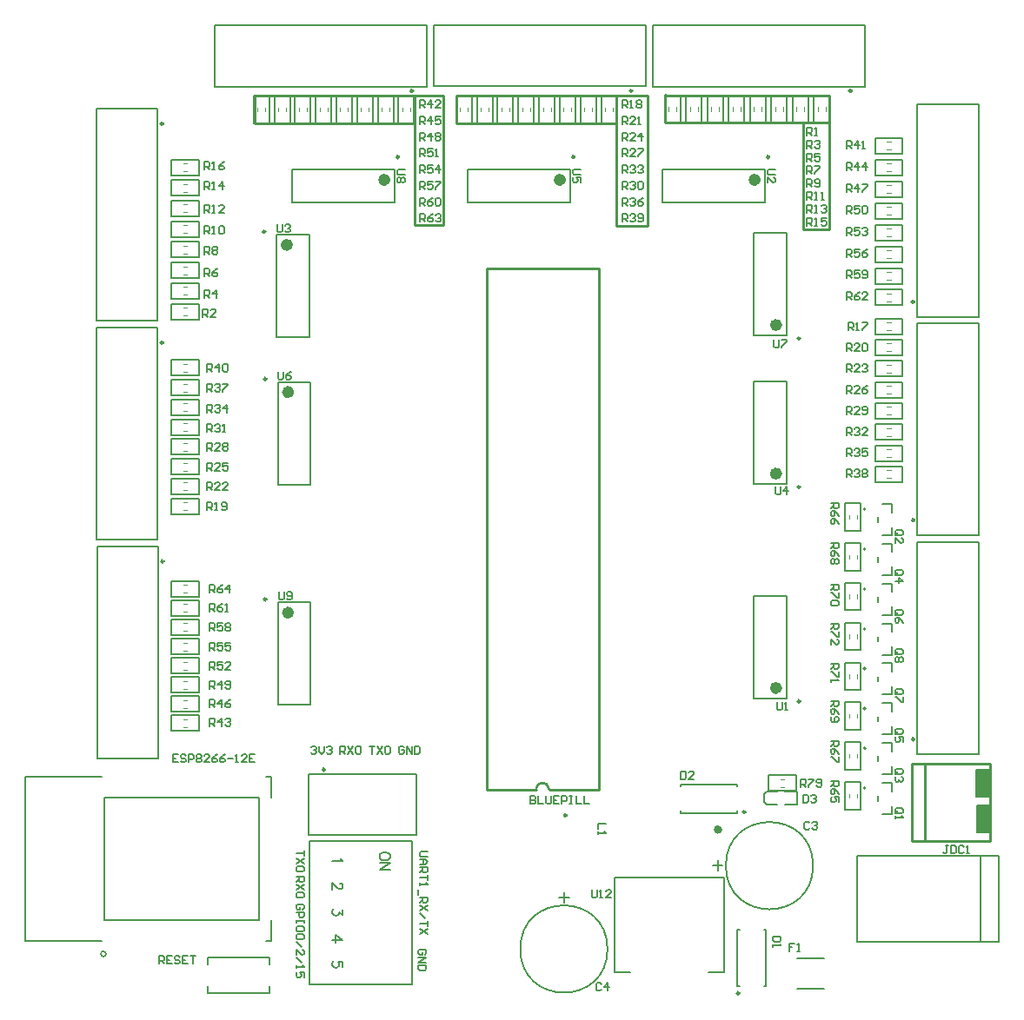
<source format=gto>
G04*
G04 #@! TF.GenerationSoftware,Altium Limited,Altium Designer,22.7.1 (60)*
G04*
G04 Layer_Color=65535*
%FSLAX24Y24*%
%MOIN*%
G70*
G04*
G04 #@! TF.SameCoordinates,1DD6C3B8-EF33-4A04-8B88-EBD51A11C9DD*
G04*
G04*
G04 #@! TF.FilePolarity,Positive*
G04*
G01*
G75*
%ADD10C,0.0098*%
%ADD11C,0.0236*%
%ADD12C,0.0050*%
%ADD13C,0.0157*%
%ADD14C,0.0079*%
%ADD15C,0.0100*%
%ADD16C,0.0070*%
%ADD17C,0.0039*%
%ADD18C,0.0060*%
G36*
X57828Y20276D02*
X57858Y20289D01*
X58358D01*
X58388Y20276D01*
X58401Y20246D01*
Y19246D01*
X58388Y19216D01*
X58358Y19204D01*
X57858D01*
X57828Y19216D01*
X57816Y19246D01*
Y20246D01*
X57828Y20276D01*
D02*
G37*
G36*
X57810Y21644D02*
X57848Y21660D01*
X58348D01*
X58386Y21644D01*
X58402Y21606D01*
Y20606D01*
X58386Y20568D01*
X58348Y20552D01*
X57848D01*
X57810Y20568D01*
X57794Y20606D01*
Y21606D01*
X57810Y21644D01*
D02*
G37*
D10*
X51079Y24259D02*
G03*
X51079Y24259I-49J0D01*
G01*
X32859Y21637D02*
G03*
X32859Y21637I-49J0D01*
G01*
X30617Y28170D02*
G03*
X30617Y28170I-49J0D01*
G01*
X51079Y32485D02*
G03*
X51079Y32485I-49J0D01*
G01*
X26656Y38018D02*
G03*
X26656Y38018I-49J0D01*
G01*
X26676Y29628D02*
G03*
X26676Y29628I-49J0D01*
G01*
X26653Y46416D02*
G03*
X26653Y46416I-49J0D01*
G01*
X30570Y42280D02*
G03*
X30570Y42280I-49J0D01*
G01*
X30617Y36628D02*
G03*
X30617Y36628I-49J0D01*
G01*
X48748Y13061D02*
G03*
X48748Y13061I-49J0D01*
G01*
X36233Y47680D02*
G03*
X36233Y47680I-49J0D01*
G01*
X44646Y47681D02*
G03*
X44646Y47681I-49J0D01*
G01*
X53058Y47680D02*
G03*
X53058Y47680I-49J0D01*
G01*
X48983Y20008D02*
G03*
X48983Y20008I-49J0D01*
G01*
X55461Y22803D02*
G03*
X55461Y22803I-49J0D01*
G01*
X42126Y19890D02*
G03*
X42126Y19890I-49J0D01*
G01*
X55461Y31213D02*
G03*
X55461Y31213I-49J0D01*
G01*
X55455Y39581D02*
G03*
X55455Y39581I-49J0D01*
G01*
X51081Y38185D02*
G03*
X51081Y38185I-49J0D01*
G01*
X49894Y45142D02*
G03*
X49894Y45142I-49J0D01*
G01*
X42424D02*
G03*
X42424Y45142I-49J0D01*
G01*
X35694D02*
G03*
X35694Y45142I-49J0D01*
G01*
D11*
X50272Y24769D02*
G03*
X50272Y24769I-118J0D01*
G01*
X31562Y27661D02*
G03*
X31562Y27661I-118J0D01*
G01*
X50272Y32995D02*
G03*
X50272Y32995I-118J0D01*
G01*
X31515Y41770D02*
G03*
X31515Y41770I-118J0D01*
G01*
X31562Y36119D02*
G03*
X31562Y36119I-118J0D01*
G01*
X50274Y38695D02*
G03*
X50274Y38695I-118J0D01*
G01*
X49453Y44266D02*
G03*
X49453Y44266I-118J0D01*
G01*
X41983D02*
G03*
X41983Y44266I-118J0D01*
G01*
X35253D02*
G03*
X35253Y44266I-118J0D01*
G01*
D12*
X24458Y14568D02*
G03*
X24458Y14568I-98J0D01*
G01*
X24413Y15848D02*
Y20572D01*
X30318D01*
Y15848D02*
Y20572D01*
X24413Y15848D02*
X30318D01*
X21358Y15060D02*
X24310D01*
X21358D02*
Y21360D01*
X24310D01*
X30610Y15060D02*
X30806D01*
Y15848D01*
X30610Y21360D02*
X30806D01*
Y20572D02*
Y21360D01*
X47556Y13864D02*
X48159D01*
Y17502D01*
X43962D02*
X48159D01*
X43962Y13864D02*
Y17502D01*
Y13864D02*
X44564D01*
X54611Y30631D02*
Y30945D01*
X54245Y30631D02*
X54611D01*
X54060Y31138D02*
Y31320D01*
X54611Y31512D02*
Y31827D01*
X54245D02*
X54611D01*
Y29101D02*
Y29415D01*
X54245Y29101D02*
X54611D01*
X54060Y29608D02*
Y29790D01*
X54611Y29982D02*
Y30297D01*
X54245D02*
X54611D01*
Y27571D02*
Y27885D01*
X54245Y27571D02*
X54611D01*
X54060Y28078D02*
Y28260D01*
X54611Y28452D02*
Y28767D01*
X54245D02*
X54611D01*
Y26041D02*
Y26355D01*
X54245Y26041D02*
X54611D01*
X54060Y26548D02*
Y26730D01*
X54611Y26922D02*
Y27237D01*
X54245D02*
X54611D01*
Y24521D02*
Y24836D01*
X54245Y24521D02*
X54611D01*
X54060Y25029D02*
Y25210D01*
X54611Y25403D02*
Y25718D01*
X54245D02*
X54611D01*
Y22991D02*
Y23306D01*
X54245Y22991D02*
X54611D01*
X54060Y23499D02*
Y23680D01*
X54611Y23873D02*
Y24188D01*
X54245D02*
X54611D01*
Y21461D02*
Y21776D01*
X54245Y21461D02*
X54611D01*
X54060Y21969D02*
Y22150D01*
X54611Y22343D02*
Y22658D01*
X54245D02*
X54611D01*
Y19931D02*
Y20246D01*
X54245Y19931D02*
X54611D01*
X54060Y20439D02*
Y20620D01*
X54611Y20813D02*
Y21128D01*
X54245D02*
X54611D01*
X52801Y21636D02*
X53401D01*
Y22686D01*
X52801D02*
X53401D01*
X52801Y21636D02*
Y22686D01*
Y23165D02*
X53401D01*
Y24215D01*
X52801D02*
X53401D01*
X52801Y23165D02*
Y24215D01*
Y24693D02*
X53401D01*
Y25743D01*
X52801D02*
X53401D01*
X52801Y24693D02*
Y25743D01*
Y26222D02*
Y27272D01*
X53401D01*
Y26222D02*
Y27272D01*
X52801Y26222D02*
X53401D01*
X52801Y27750D02*
Y28800D01*
X53401D01*
Y27750D02*
Y28800D01*
X52801Y27750D02*
X53401D01*
X52801Y29279D02*
Y30329D01*
X53401D01*
Y29279D02*
Y30329D01*
X52801Y29279D02*
X53401D01*
X52801Y30807D02*
Y31857D01*
X53401D01*
Y30807D02*
Y31857D01*
X52801Y30807D02*
X53401D01*
X50958Y20290D02*
Y20790D01*
X49708Y20690D02*
X49808Y20790D01*
X49708Y20390D02*
X49808Y20290D01*
X49708Y20390D02*
Y20690D01*
X49808Y20290D02*
X50208D01*
X50508D02*
X50958D01*
X49808Y20790D02*
X50208D01*
X50508D02*
X50958D01*
X49877Y21424D02*
X50927D01*
Y20824D02*
Y21424D01*
X49877Y20824D02*
X50927D01*
X49877D02*
Y21424D01*
X26976Y44440D02*
Y45040D01*
Y44440D02*
X28026D01*
Y45040D01*
X26976D02*
X28026D01*
X26976Y42870D02*
Y43470D01*
Y42870D02*
X28026D01*
Y43470D01*
X26976D02*
X28026D01*
X26976Y43663D02*
Y44263D01*
Y43663D02*
X28026D01*
Y44263D01*
X26976D02*
X28026D01*
X26976Y42077D02*
Y42677D01*
Y42077D02*
X28026D01*
Y42677D01*
X26976D02*
X28026D01*
X26976Y40491D02*
Y41091D01*
Y40491D02*
X28026D01*
Y41091D01*
X26976D02*
X28026D01*
X26976Y39699D02*
Y40299D01*
Y39699D02*
X28026D01*
Y40299D01*
X26976D02*
X28026D01*
X26976Y41284D02*
Y41884D01*
Y41284D02*
X28026D01*
Y41884D01*
X26976D02*
X28026D01*
X26976Y38906D02*
Y39506D01*
Y38906D02*
X28026D01*
Y39506D01*
X26976D02*
X28026D01*
X55013Y38345D02*
Y38945D01*
X53963D02*
X55013D01*
X53963Y38345D02*
Y38945D01*
Y38345D02*
X55013D01*
X34884Y47491D02*
X35484D01*
X34884Y46441D02*
Y47491D01*
Y46441D02*
X35484D01*
Y47491D01*
X35677D02*
X36277D01*
X35677Y46441D02*
Y47491D01*
Y46441D02*
X36277D01*
Y47491D01*
X33297D02*
X33897D01*
X33297Y46441D02*
Y47491D01*
Y46441D02*
X33897D01*
Y47491D01*
X34090D02*
X34690D01*
X34090Y46441D02*
Y47491D01*
Y46441D02*
X34690D01*
Y47491D01*
X30122D02*
X30722D01*
X30122Y46441D02*
Y47491D01*
Y46441D02*
X30722D01*
Y47491D01*
X31709D02*
X32309D01*
X31709Y46441D02*
Y47491D01*
Y46441D02*
X32309D01*
Y47491D01*
X30916D02*
X31516D01*
X30916Y46441D02*
Y47491D01*
Y46441D02*
X31516D01*
Y47491D01*
X32503D02*
X33103D01*
X32503Y46441D02*
Y47491D01*
Y46441D02*
X33103D01*
Y47491D01*
X40271D02*
X40871D01*
X40271Y46441D02*
Y47491D01*
Y46441D02*
X40871D01*
Y47491D01*
X26976Y26064D02*
Y26664D01*
Y26064D02*
X28026D01*
Y26664D01*
X26976D02*
X28026D01*
X26976Y25328D02*
Y25928D01*
Y25328D02*
X28026D01*
Y25928D01*
X26976D02*
X28026D01*
X26976Y26800D02*
Y27400D01*
Y26800D02*
X28026D01*
Y27400D01*
X26976D02*
X28026D01*
X26976Y24592D02*
Y25192D01*
Y24592D02*
X28026D01*
Y25192D01*
X26976D02*
X28026D01*
X26976Y28272D02*
Y28872D01*
Y28272D02*
X28026D01*
Y28872D01*
X26976D02*
X28026D01*
X26976Y23120D02*
Y23720D01*
Y23120D02*
X28026D01*
Y23720D01*
X26976D02*
X28026D01*
X26976Y23856D02*
Y24456D01*
Y23856D02*
X28026D01*
Y24456D01*
X26976D02*
X28026D01*
X26976Y35994D02*
Y36594D01*
Y35994D02*
X28026D01*
Y36594D01*
X26976D02*
X28026D01*
X26976Y35235D02*
Y35835D01*
Y35235D02*
X28026D01*
Y35835D01*
X26976D02*
X28026D01*
X26976Y36752D02*
Y37352D01*
Y36752D02*
X28026D01*
Y37352D01*
X26976D02*
X28026D01*
X26976Y32201D02*
Y32801D01*
Y32201D02*
X28026D01*
Y32801D01*
X26976D02*
X28026D01*
X26976Y32959D02*
Y33559D01*
Y32959D02*
X28026D01*
Y33559D01*
X26976D02*
X28026D01*
X26976Y33718D02*
Y34318D01*
Y33718D02*
X28026D01*
Y34318D01*
X26976D02*
X28026D01*
X26976Y31442D02*
Y32042D01*
Y31442D02*
X28026D01*
Y32042D01*
X26976D02*
X28026D01*
X26976Y27536D02*
Y28136D01*
Y27536D02*
X28026D01*
Y28136D01*
X26976D02*
X28026D01*
X26976Y34477D02*
Y35077D01*
Y34477D02*
X28026D01*
Y35077D01*
X26976D02*
X28026D01*
X41861Y47491D02*
X42461D01*
X41861Y46441D02*
Y47491D01*
Y46441D02*
X42461D01*
Y47491D01*
X43451D02*
X44051D01*
X43451Y46441D02*
Y47491D01*
Y46441D02*
X44051D01*
Y47491D01*
X38681D02*
X39281D01*
X38681Y46441D02*
Y47491D01*
Y46441D02*
X39281D01*
Y47491D01*
X52801Y20108D02*
X53401D01*
Y21158D01*
X52801D02*
X53401D01*
X52801Y20108D02*
Y21158D01*
X53963Y32671D02*
X55013D01*
X53963D02*
Y33271D01*
X55013D01*
Y32671D02*
Y33271D01*
X53963Y33481D02*
X55013D01*
X53963D02*
Y34081D01*
X55013D01*
Y33481D02*
Y34081D01*
X53963Y35913D02*
X55013D01*
X53963D02*
Y36513D01*
X55013D01*
Y35913D02*
Y36513D01*
X53963Y36723D02*
X55013D01*
X53963D02*
Y37324D01*
X55013D01*
Y36723D02*
Y37324D01*
X53963Y35102D02*
X55013D01*
X53963D02*
Y35702D01*
X55013D01*
Y35102D02*
Y35702D01*
X53963Y34292D02*
X55013D01*
X53963D02*
Y34892D01*
X55013D01*
Y34292D02*
Y34892D01*
X53963Y37534D02*
X55013D01*
X53963D02*
Y38134D01*
X55013D01*
Y37534D02*
Y38134D01*
X53963Y43607D02*
X55013D01*
X53963D02*
Y44207D01*
X55013D01*
Y43607D02*
Y44207D01*
X53963Y42776D02*
X55013D01*
X53963D02*
Y43376D01*
X55013D01*
Y42776D02*
Y43376D01*
X53963Y39449D02*
X55013D01*
X53963D02*
Y40049D01*
X55013D01*
Y39449D02*
Y40049D01*
X53963Y41112D02*
X55013D01*
X53963D02*
Y41712D01*
X55013D01*
Y41112D02*
Y41712D01*
X53963Y40281D02*
X55013D01*
X53963D02*
Y40881D01*
X55013D01*
Y40281D02*
Y40881D01*
X53963Y41944D02*
X55013D01*
X53963D02*
Y42544D01*
X55013D01*
Y41944D02*
Y42544D01*
Y45270D02*
Y45870D01*
X53963D02*
X55013D01*
X53963Y45270D02*
Y45870D01*
Y45270D02*
X55013D01*
X53963Y44439D02*
X55013D01*
X53963D02*
Y45039D01*
X55013D01*
Y44439D02*
Y45039D01*
X47309Y46461D02*
Y47511D01*
X46709Y46461D02*
X47309D01*
X46709D02*
Y47511D01*
X47309D01*
X46493Y46461D02*
Y47511D01*
X45893Y46461D02*
X46493D01*
X45893D02*
Y47511D01*
X46493D01*
X52204Y46461D02*
Y47511D01*
X51604Y46461D02*
X52204D01*
X51604D02*
Y47511D01*
X52204D01*
X50572Y46461D02*
Y47511D01*
X49972Y46461D02*
X50572D01*
X49972D02*
Y47511D01*
X50572D01*
X49756Y46461D02*
Y47511D01*
X49156Y46461D02*
X49756D01*
X49156D02*
Y47511D01*
X49756D01*
X48125Y46461D02*
Y47511D01*
X47525Y46461D02*
X48125D01*
X47525D02*
Y47511D01*
X48125D01*
X48941Y46461D02*
Y47511D01*
X48341Y46461D02*
X48941D01*
X48341D02*
Y47511D01*
X48941D01*
X51388Y46461D02*
Y47511D01*
X50788Y46461D02*
X51388D01*
X50788D02*
Y47511D01*
X51388D01*
X38486Y46441D02*
Y47491D01*
X37886Y46441D02*
X38486D01*
X37886D02*
Y47491D01*
X38486D01*
X40076Y46441D02*
Y47491D01*
X39476Y46441D02*
X40076D01*
X39476D02*
Y47491D01*
X40076D01*
X41666Y46441D02*
Y47491D01*
X41066Y46441D02*
X41666D01*
X41066D02*
Y47491D01*
X41666D01*
X43256Y46441D02*
Y47491D01*
X42656Y46441D02*
X43256D01*
X42656D02*
Y47491D01*
X43256D01*
X48112Y17952D02*
X47718D01*
X47915Y17755D02*
Y18149D01*
X42020Y16546D02*
Y16940D01*
X41824Y16743D02*
X42217D01*
D13*
X48009Y19337D02*
G03*
X48009Y19337I-79J0D01*
G01*
D14*
X53588Y31623D02*
G03*
X53588Y31623I-39J0D01*
G01*
Y30093D02*
G03*
X53588Y30093I-39J0D01*
G01*
Y28563D02*
G03*
X53588Y28563I-39J0D01*
G01*
Y27033D02*
G03*
X53588Y27033I-39J0D01*
G01*
Y25513D02*
G03*
X53588Y25513I-39J0D01*
G01*
Y23983D02*
G03*
X53588Y23983I-39J0D01*
G01*
Y22453D02*
G03*
X53588Y22453I-39J0D01*
G01*
Y20923D02*
G03*
X53588Y20923I-39J0D01*
G01*
X51576Y17952D02*
G03*
X51576Y17952I-1673J0D01*
G01*
X43693Y14755D02*
G03*
X43693Y14755I-1673J0D01*
G01*
X50548Y24376D02*
Y28313D01*
X49288Y24376D02*
Y28313D01*
Y24376D02*
X50548D01*
X49288Y28313D02*
X50548D01*
X36377Y19127D02*
Y21469D01*
X32243Y19127D02*
X36377D01*
X32243D02*
Y21469D01*
X36377D01*
X28372Y13051D02*
Y13327D01*
X30734Y13051D02*
Y13327D01*
Y14153D02*
Y14429D01*
X28372Y14153D02*
Y14429D01*
Y13051D02*
X30734D01*
X28372Y14429D02*
X30734D01*
X31050Y24117D02*
Y28054D01*
X32310Y24117D02*
Y28054D01*
X31050D02*
X32310D01*
X31050Y24117D02*
X32310D01*
X49288Y36539D02*
X50548D01*
X49288Y32601D02*
X50548D01*
X49288D02*
Y36539D01*
X50548Y32601D02*
Y36539D01*
X24097Y30451D02*
X26439D01*
X24097D02*
Y38585D01*
X26439D01*
Y30451D02*
Y38585D01*
X24117Y22061D02*
X26459D01*
X24117D02*
Y30195D01*
X26459D01*
Y22061D02*
Y30195D01*
X26437Y38849D02*
Y46983D01*
X24094D02*
X26437D01*
X24094Y38849D02*
Y46983D01*
Y38849D02*
X26437D01*
X31003Y38227D02*
Y42164D01*
X32263Y38227D02*
Y42164D01*
X31003D02*
X32263D01*
X31003Y38227D02*
X32263D01*
X31050Y32575D02*
Y36512D01*
X32310Y32575D02*
Y36512D01*
X31050D02*
X32310D01*
X31050Y32575D02*
X32310D01*
X49683Y15483D02*
X49771D01*
X49683Y13317D02*
X49771D01*
X48669Y15483D02*
X48757D01*
X48669Y13317D02*
X48757D01*
X49771D02*
Y15483D01*
X48669Y13317D02*
Y15483D01*
X50949Y14412D02*
X52012D01*
X50949Y13227D02*
X52012D01*
X28617Y47847D02*
X36751D01*
Y50189D01*
X28617D02*
X36751D01*
X28617Y47847D02*
Y50189D01*
X37030Y47849D02*
X45163D01*
Y50191D01*
X37030D02*
X45163D01*
X37030Y47849D02*
Y50191D01*
X45442Y47847D02*
X53576D01*
Y50189D01*
X45442D02*
X53576D01*
X45442Y47847D02*
Y50189D01*
X46513Y19978D02*
X48678D01*
X46513Y21081D02*
X48678D01*
Y19978D02*
Y20067D01*
X46513Y19978D02*
Y20067D01*
X48678Y20992D02*
Y21081D01*
X46513Y20992D02*
Y21081D01*
X36209Y13414D02*
Y18886D01*
X32271D02*
X36209D01*
X32271Y13414D02*
Y18886D01*
Y13414D02*
X36209D01*
X55579Y22236D02*
Y30370D01*
Y22236D02*
X57921D01*
Y30370D01*
X55579D02*
X57921D01*
X55579Y30646D02*
Y38780D01*
Y30646D02*
X57921D01*
Y38780D01*
X55579D02*
X57921D01*
X55573Y39014D02*
Y47148D01*
Y39014D02*
X57916D01*
Y47148D01*
X55573D02*
X57916D01*
X49290Y42238D02*
X50550D01*
X49290Y38301D02*
X50550D01*
X49290D02*
Y42238D01*
X50550Y38301D02*
Y42238D01*
X45792Y43400D02*
Y44660D01*
X49728Y43400D02*
Y44660D01*
X45792Y43400D02*
X49728D01*
X45792Y44660D02*
X49728D01*
X38321Y43400D02*
Y44660D01*
X42259Y43400D02*
Y44660D01*
X38321Y43400D02*
X42259D01*
X38321Y44660D02*
X42259D01*
X31591D02*
X35529D01*
X31591Y43400D02*
X35529D01*
Y44660D01*
X31591Y43400D02*
Y44660D01*
D15*
X41450Y20880D02*
G03*
X40950Y20880I-250J0D01*
G01*
X55868Y18896D02*
Y21846D01*
X55368Y18896D02*
X58368D01*
X55368D02*
Y21863D01*
X58368D01*
Y18896D02*
Y21863D01*
X51205Y42372D02*
Y46461D01*
Y42372D02*
X52199D01*
Y46461D01*
X45906Y47524D02*
X45919Y47511D01*
X52199D01*
Y46461D02*
Y47511D01*
X45898Y46461D02*
X52199D01*
X45898D02*
Y47511D01*
X44046Y46441D02*
Y47491D01*
X37890D02*
X44046D01*
X45242D01*
Y42499D02*
Y47491D01*
X44046Y42499D02*
X45242D01*
X44046D02*
Y46441D01*
X37890D02*
X44046D01*
X37890D02*
Y47491D01*
X30157Y46441D02*
Y47491D01*
X36303D01*
X36307Y42517D02*
Y46441D01*
Y42517D02*
X37408D01*
Y47491D01*
X36273D02*
X37408D01*
X30157Y46441D02*
X36307D01*
X36303Y46471D02*
Y47491D01*
X41450Y20880D02*
X43350D01*
X39050D02*
X40950D01*
X39050D02*
Y40880D01*
X43350D01*
Y20880D02*
Y40880D01*
D16*
X57848Y20606D02*
Y21606D01*
X58348D01*
Y20606D02*
Y21606D01*
X57848Y20606D02*
X58348D01*
X58358Y19246D02*
Y20246D01*
X57858D02*
X58358D01*
X57858Y19246D02*
Y20246D01*
Y19246D02*
X58358D01*
X58007Y15016D02*
Y18316D01*
X53257D02*
X58707D01*
X53257Y15016D02*
X58707D01*
X53257D02*
Y18316D01*
X58707Y15016D02*
Y18316D01*
D17*
X52951Y22086D02*
Y22236D01*
X53251Y22086D02*
Y22236D01*
X52951Y23615D02*
Y23765D01*
X53251Y23615D02*
Y23765D01*
X52951Y25143D02*
Y25293D01*
X53251Y25143D02*
Y25293D01*
Y26672D02*
Y26822D01*
X52951Y26672D02*
Y26822D01*
X53251Y28200D02*
Y28350D01*
X52951Y28200D02*
Y28350D01*
X53251Y29729D02*
Y29879D01*
X52951Y29729D02*
Y29879D01*
X53251Y31257D02*
Y31407D01*
X52951Y31257D02*
Y31407D01*
X50327Y20974D02*
X50477D01*
X50327Y21274D02*
X50477D01*
X27426Y44890D02*
X27576D01*
X27426Y44590D02*
X27576D01*
X27426Y43320D02*
X27576D01*
X27426Y43020D02*
X27576D01*
X27426Y44113D02*
X27576D01*
X27426Y43813D02*
X27576D01*
X27426Y42527D02*
X27576D01*
X27426Y42227D02*
X27576D01*
X27426Y40941D02*
X27576D01*
X27426Y40641D02*
X27576D01*
X27426Y40149D02*
X27576D01*
X27426Y39849D02*
X27576D01*
X27426Y41734D02*
X27576D01*
X27426Y41434D02*
X27576D01*
X27426Y39356D02*
X27576D01*
X27426Y39056D02*
X27576D01*
X54413Y38495D02*
X54563D01*
X54413Y38795D02*
X54563D01*
X35334Y46891D02*
Y47041D01*
X35034Y46891D02*
Y47041D01*
X36127Y46891D02*
Y47041D01*
X35827Y46891D02*
Y47041D01*
X33747Y46891D02*
Y47041D01*
X33447Y46891D02*
Y47041D01*
X34540Y46891D02*
Y47041D01*
X34240Y46891D02*
Y47041D01*
X30572Y46891D02*
Y47041D01*
X30272Y46891D02*
Y47041D01*
X32159Y46891D02*
Y47041D01*
X31859Y46891D02*
Y47041D01*
X31366Y46891D02*
Y47041D01*
X31066Y46891D02*
Y47041D01*
X32953Y46891D02*
Y47041D01*
X32653Y46891D02*
Y47041D01*
X40721Y46891D02*
Y47041D01*
X40421Y46891D02*
Y47041D01*
X27426Y26514D02*
X27576D01*
X27426Y26214D02*
X27576D01*
X27426Y25778D02*
X27576D01*
X27426Y25478D02*
X27576D01*
X27426Y27250D02*
X27576D01*
X27426Y26950D02*
X27576D01*
X27426Y25042D02*
X27576D01*
X27426Y24742D02*
X27576D01*
X27426Y28722D02*
X27576D01*
X27426Y28422D02*
X27576D01*
X27426Y23570D02*
X27576D01*
X27426Y23270D02*
X27576D01*
X27426Y24306D02*
X27576D01*
X27426Y24006D02*
X27576D01*
X27426Y36444D02*
X27576D01*
X27426Y36144D02*
X27576D01*
X27426Y35685D02*
X27576D01*
X27426Y35385D02*
X27576D01*
X27426Y37202D02*
X27576D01*
X27426Y36902D02*
X27576D01*
X27426Y32651D02*
X27576D01*
X27426Y32351D02*
X27576D01*
X27426Y33409D02*
X27576D01*
X27426Y33109D02*
X27576D01*
X27426Y34168D02*
X27576D01*
X27426Y33868D02*
X27576D01*
X27426Y31892D02*
X27576D01*
X27426Y31592D02*
X27576D01*
X27426Y27986D02*
X27576D01*
X27426Y27686D02*
X27576D01*
X27426Y34927D02*
X27576D01*
X27426Y34627D02*
X27576D01*
X42311Y46891D02*
Y47041D01*
X42011Y46891D02*
Y47041D01*
X43901Y46891D02*
Y47041D01*
X43601Y46891D02*
Y47041D01*
X39131Y46891D02*
Y47041D01*
X38831Y46891D02*
Y47041D01*
X52951Y20558D02*
Y20708D01*
X53251Y20558D02*
Y20708D01*
X54413Y33121D02*
X54563D01*
X54413Y32821D02*
X54563D01*
X54413Y33931D02*
X54563D01*
X54413Y33631D02*
X54563D01*
X54413Y36363D02*
X54563D01*
X54413Y36063D02*
X54563D01*
X54413Y37174D02*
X54563D01*
X54413Y36874D02*
X54563D01*
X54413Y35552D02*
X54563D01*
X54413Y35252D02*
X54563D01*
X54413Y34742D02*
X54563D01*
X54413Y34442D02*
X54563D01*
X54413Y37984D02*
X54563D01*
X54413Y37684D02*
X54563D01*
X54413Y44057D02*
X54563D01*
X54413Y43757D02*
X54563D01*
X54413Y43226D02*
X54563D01*
X54413Y42926D02*
X54563D01*
X54413Y39899D02*
X54563D01*
X54413Y39599D02*
X54563D01*
X54413Y41562D02*
X54563D01*
X54413Y41262D02*
X54563D01*
X54413Y40731D02*
X54563D01*
X54413Y40431D02*
X54563D01*
X54413Y42394D02*
X54563D01*
X54413Y42094D02*
X54563D01*
X54413Y45420D02*
X54563D01*
X54413Y45720D02*
X54563D01*
X54413Y44889D02*
X54563D01*
X54413Y44589D02*
X54563D01*
X46859Y46911D02*
Y47061D01*
X47159Y46911D02*
Y47061D01*
X46043Y46911D02*
Y47061D01*
X46343Y46911D02*
Y47061D01*
X51754Y46911D02*
Y47061D01*
X52054Y46911D02*
Y47061D01*
X50122Y46911D02*
Y47061D01*
X50422Y46911D02*
Y47061D01*
X49306Y46911D02*
Y47061D01*
X49606Y46911D02*
Y47061D01*
X47675Y46911D02*
Y47061D01*
X47975Y46911D02*
Y47061D01*
X48491Y46911D02*
Y47061D01*
X48791Y46911D02*
Y47061D01*
X50938Y46911D02*
Y47061D01*
X51238Y46911D02*
Y47061D01*
X38036Y46891D02*
Y47041D01*
X38336Y46891D02*
Y47041D01*
X39626Y46891D02*
Y47041D01*
X39926Y46891D02*
Y47041D01*
X41216Y46891D02*
Y47041D01*
X41516Y46891D02*
Y47041D01*
X42806Y46891D02*
Y47041D01*
X43106Y46891D02*
Y47041D01*
D18*
X52252Y28724D02*
X52552D01*
Y28574D01*
X52502Y28524D01*
X52402D01*
X52352Y28574D01*
Y28724D01*
Y28624D02*
X52252Y28524D01*
X52552Y28424D02*
Y28224D01*
X52502D01*
X52302Y28424D01*
X52252D01*
X52502Y28124D02*
X52552Y28074D01*
Y27974D01*
X52502Y27924D01*
X52302D01*
X52252Y27974D01*
Y28074D01*
X52302Y28124D01*
X52502D01*
X27224Y22226D02*
X27024D01*
Y21926D01*
X27224D01*
X27024Y22076D02*
X27124D01*
X27524Y22176D02*
X27474Y22226D01*
X27374D01*
X27324Y22176D01*
Y22126D01*
X27374Y22076D01*
X27474D01*
X27524Y22026D01*
Y21976D01*
X27474Y21926D01*
X27374D01*
X27324Y21976D01*
X27624Y21926D02*
Y22226D01*
X27774D01*
X27824Y22176D01*
Y22076D01*
X27774Y22026D01*
X27624D01*
X27924Y22176D02*
X27974Y22226D01*
X28074D01*
X28124Y22176D01*
Y22126D01*
X28074Y22076D01*
X28124Y22026D01*
Y21976D01*
X28074Y21926D01*
X27974D01*
X27924Y21976D01*
Y22026D01*
X27974Y22076D01*
X27924Y22126D01*
Y22176D01*
X27974Y22076D02*
X28074D01*
X28424Y21926D02*
X28224D01*
X28424Y22126D01*
Y22176D01*
X28374Y22226D01*
X28274D01*
X28224Y22176D01*
X28724Y22226D02*
X28624Y22176D01*
X28524Y22076D01*
Y21976D01*
X28574Y21926D01*
X28674D01*
X28724Y21976D01*
Y22026D01*
X28674Y22076D01*
X28524D01*
X29023Y22226D02*
X28924Y22176D01*
X28824Y22076D01*
Y21976D01*
X28874Y21926D01*
X28974D01*
X29023Y21976D01*
Y22026D01*
X28974Y22076D01*
X28824D01*
X29123D02*
X29323D01*
X29423Y21926D02*
X29523D01*
X29473D01*
Y22226D01*
X29423Y22176D01*
X29873Y21926D02*
X29673D01*
X29873Y22126D01*
Y22176D01*
X29823Y22226D01*
X29723D01*
X29673Y22176D01*
X30173Y22226D02*
X29973D01*
Y21926D01*
X30173D01*
X29973Y22076D02*
X30073D01*
X50196Y24218D02*
Y23968D01*
X50246Y23918D01*
X50346D01*
X50396Y23968D01*
Y24218D01*
X50496Y23918D02*
X50596D01*
X50546D01*
Y24218D01*
X50496Y24168D01*
X40740Y20622D02*
Y20322D01*
X40890D01*
X40940Y20372D01*
Y20422D01*
X40890Y20472D01*
X40740D01*
X40890D01*
X40940Y20522D01*
Y20572D01*
X40890Y20622D01*
X40740D01*
X41040D02*
Y20322D01*
X41240D01*
X41340Y20622D02*
Y20372D01*
X41390Y20322D01*
X41490D01*
X41540Y20372D01*
Y20622D01*
X41840D02*
X41640D01*
Y20322D01*
X41840D01*
X41640Y20472D02*
X41740D01*
X41940Y20322D02*
Y20622D01*
X42090D01*
X42140Y20572D01*
Y20472D01*
X42090Y20422D01*
X41940D01*
X42240Y20622D02*
X42339D01*
X42290D01*
Y20322D01*
X42240D01*
X42339D01*
X42489Y20622D02*
Y20322D01*
X42689D01*
X42789Y20622D02*
Y20322D01*
X42989D01*
X36694Y14544D02*
X36744Y14594D01*
Y14694D01*
X36694Y14744D01*
X36495D01*
X36445Y14694D01*
Y14594D01*
X36495Y14544D01*
X36595D01*
Y14644D01*
X36445Y14444D02*
X36744D01*
X36445Y14244D01*
X36744D01*
Y14144D02*
X36445D01*
Y13994D01*
X36495Y13944D01*
X36694D01*
X36744Y13994D01*
Y14144D01*
X36794Y18484D02*
X36545D01*
X36495Y18434D01*
Y18334D01*
X36545Y18284D01*
X36794D01*
X36495Y18184D02*
X36694D01*
X36794Y18084D01*
X36694Y17984D01*
X36495D01*
X36644D01*
Y18184D01*
X36495Y17884D02*
X36794D01*
Y17734D01*
X36744Y17684D01*
X36644D01*
X36595Y17734D01*
Y17884D01*
Y17784D02*
X36495Y17684D01*
X36794Y17584D02*
Y17385D01*
Y17485D01*
X36495D01*
Y17285D02*
Y17185D01*
Y17235D01*
X36794D01*
X36744Y17285D01*
X36445Y17035D02*
Y16835D01*
X36495Y16735D02*
X36794D01*
Y16585D01*
X36744Y16535D01*
X36644D01*
X36595Y16585D01*
Y16735D01*
Y16635D02*
X36495Y16535D01*
X36794Y16435D02*
X36495Y16235D01*
X36794D02*
X36495Y16435D01*
Y16135D02*
X36694Y15935D01*
X36794Y15835D02*
Y15635D01*
Y15735D01*
X36495D01*
X36794Y15535D02*
X36495Y15335D01*
X36794D02*
X36495Y15535D01*
X32011Y16267D02*
X32061Y16316D01*
Y16416D01*
X32011Y16466D01*
X31811D01*
X31761Y16416D01*
Y16316D01*
X31811Y16267D01*
X31911D01*
Y16366D01*
X31761Y16167D02*
X32061D01*
Y16017D01*
X32011Y15967D01*
X31911D01*
X31861Y16017D01*
Y16167D01*
X32061Y15867D02*
Y15767D01*
Y15817D01*
X31761D01*
Y15867D01*
Y15767D01*
X32061Y15467D02*
Y15567D01*
X32011Y15617D01*
X31811D01*
X31761Y15567D01*
Y15467D01*
X31811Y15417D01*
X32011D01*
X32061Y15467D01*
X32011Y15317D02*
X32061Y15267D01*
Y15167D01*
X32011Y15117D01*
X31811D01*
X31761Y15167D01*
Y15267D01*
X31811Y15317D01*
X32011D01*
X31761Y15017D02*
X31961Y14817D01*
X31761Y14517D02*
Y14717D01*
X31961Y14517D01*
X32011D01*
X32061Y14567D01*
Y14667D01*
X32011Y14717D01*
X31761Y14417D02*
X31961Y14217D01*
X31761Y14117D02*
Y14017D01*
Y14067D01*
X32061D01*
X32011Y14117D01*
X32061Y13667D02*
Y13867D01*
X31911D01*
X31961Y13767D01*
Y13717D01*
X31911Y13667D01*
X31811D01*
X31761Y13717D01*
Y13817D01*
X31811Y13867D01*
X31761Y17515D02*
X32061D01*
Y17365D01*
X32011Y17315D01*
X31911D01*
X31861Y17365D01*
Y17515D01*
Y17415D02*
X31761Y17315D01*
X32061Y17215D02*
X31761Y17015D01*
X32061D02*
X31761Y17215D01*
X32011Y16915D02*
X32061Y16865D01*
Y16765D01*
X32011Y16715D01*
X31811D01*
X31761Y16765D01*
Y16865D01*
X31811Y16915D01*
X32011D01*
X32061Y18531D02*
Y18331D01*
Y18431D01*
X31761D01*
X32061Y18231D02*
X31761Y18031D01*
X32061D02*
X31761Y18231D01*
X32011Y17931D02*
X32061Y17881D01*
Y17781D01*
X32011Y17731D01*
X31811D01*
X31761Y17781D01*
Y17881D01*
X31811Y17931D01*
X32011D01*
X35881Y22485D02*
X35831Y22535D01*
X35731D01*
X35681Y22485D01*
Y22285D01*
X35731Y22235D01*
X35831D01*
X35881Y22285D01*
Y22385D01*
X35781D01*
X35981Y22235D02*
Y22535D01*
X36181Y22235D01*
Y22535D01*
X36281D02*
Y22235D01*
X36431D01*
X36481Y22285D01*
Y22485D01*
X36431Y22535D01*
X36281D01*
X32323Y22485D02*
X32373Y22535D01*
X32473D01*
X32523Y22485D01*
Y22435D01*
X32473Y22385D01*
X32423D01*
X32473D01*
X32523Y22335D01*
Y22285D01*
X32473Y22235D01*
X32373D01*
X32323Y22285D01*
X32623Y22535D02*
Y22335D01*
X32723Y22235D01*
X32823Y22335D01*
Y22535D01*
X32923Y22485D02*
X32973Y22535D01*
X33073D01*
X33123Y22485D01*
Y22435D01*
X33073Y22385D01*
X33023D01*
X33073D01*
X33123Y22335D01*
Y22285D01*
X33073Y22235D01*
X32973D01*
X32923Y22285D01*
X34562Y22535D02*
X34762D01*
X34662D01*
Y22235D01*
X34862Y22535D02*
X35062Y22235D01*
Y22535D02*
X34862Y22235D01*
X35162Y22485D02*
X35212Y22535D01*
X35312D01*
X35362Y22485D01*
Y22285D01*
X35312Y22235D01*
X35212D01*
X35162Y22285D01*
Y22485D01*
X33443Y22235D02*
Y22535D01*
X33593D01*
X33643Y22485D01*
Y22385D01*
X33593Y22335D01*
X33443D01*
X33543D02*
X33643Y22235D01*
X33743Y22535D02*
X33942Y22235D01*
Y22535D02*
X33743Y22235D01*
X34042Y22485D02*
X34092Y22535D01*
X34192D01*
X34242Y22485D01*
Y22285D01*
X34192Y22235D01*
X34092D01*
X34042Y22285D01*
Y22485D01*
X26489Y14195D02*
Y14495D01*
X26639D01*
X26689Y14445D01*
Y14345D01*
X26639Y14295D01*
X26489D01*
X26589D02*
X26689Y14195D01*
X26989Y14495D02*
X26789D01*
Y14195D01*
X26989D01*
X26789Y14345D02*
X26889D01*
X27289Y14445D02*
X27239Y14495D01*
X27139D01*
X27089Y14445D01*
Y14395D01*
X27139Y14345D01*
X27239D01*
X27289Y14295D01*
Y14245D01*
X27239Y14195D01*
X27139D01*
X27089Y14245D01*
X27589Y14495D02*
X27389D01*
Y14195D01*
X27589D01*
X27389Y14345D02*
X27489D01*
X27688Y14495D02*
X27888D01*
X27788D01*
Y14195D01*
X43091Y17020D02*
Y16770D01*
X43141Y16720D01*
X43241D01*
X43291Y16770D01*
Y17020D01*
X43391Y16720D02*
X43491D01*
X43441D01*
Y17020D01*
X43391Y16970D01*
X43841Y16720D02*
X43641D01*
X43841Y16920D01*
Y16970D01*
X43791Y17020D01*
X43691D01*
X43641Y16970D01*
X54779Y30628D02*
X54979D01*
X55029Y30678D01*
Y30778D01*
X54979Y30828D01*
X54779D01*
X54729Y30778D01*
Y30678D01*
X54829Y30728D02*
X54729Y30628D01*
Y30678D02*
X54779Y30628D01*
X54729Y30328D02*
Y30528D01*
X54929Y30328D01*
X54979D01*
X55029Y30378D01*
Y30478D01*
X54979Y30528D01*
X54779Y29103D02*
X54979D01*
X55029Y29153D01*
Y29253D01*
X54979Y29303D01*
X54779D01*
X54729Y29253D01*
Y29153D01*
X54829Y29203D02*
X54729Y29103D01*
Y29153D02*
X54779Y29103D01*
X54729Y28853D02*
X55029D01*
X54879Y29003D01*
Y28803D01*
X54779Y27579D02*
X54979D01*
X55029Y27629D01*
Y27729D01*
X54979Y27779D01*
X54779D01*
X54729Y27729D01*
Y27629D01*
X54829Y27679D02*
X54729Y27579D01*
Y27629D02*
X54779Y27579D01*
X55029Y27279D02*
X54979Y27379D01*
X54879Y27479D01*
X54779D01*
X54729Y27429D01*
Y27329D01*
X54779Y27279D01*
X54829D01*
X54879Y27329D01*
Y27479D01*
X54779Y26054D02*
X54979D01*
X55029Y26104D01*
Y26204D01*
X54979Y26254D01*
X54779D01*
X54729Y26204D01*
Y26104D01*
X54829Y26154D02*
X54729Y26054D01*
Y26104D02*
X54779Y26054D01*
X54979Y25954D02*
X55029Y25904D01*
Y25804D01*
X54979Y25754D01*
X54929D01*
X54879Y25804D01*
X54829Y25754D01*
X54779D01*
X54729Y25804D01*
Y25904D01*
X54779Y25954D01*
X54829D01*
X54879Y25904D01*
X54929Y25954D01*
X54979D01*
X54879Y25904D02*
Y25804D01*
X54779Y24529D02*
X54979D01*
X55029Y24579D01*
Y24679D01*
X54979Y24729D01*
X54779D01*
X54729Y24679D01*
Y24579D01*
X54829Y24629D02*
X54729Y24529D01*
Y24579D02*
X54779Y24529D01*
X55029Y24429D02*
Y24229D01*
X54979D01*
X54779Y24429D01*
X54729D01*
X54779Y23005D02*
X54979D01*
X55029Y23055D01*
Y23155D01*
X54979Y23205D01*
X54779D01*
X54729Y23155D01*
Y23055D01*
X54829Y23105D02*
X54729Y23005D01*
Y23055D02*
X54779Y23005D01*
X55029Y22705D02*
Y22905D01*
X54879D01*
X54929Y22805D01*
Y22755D01*
X54879Y22705D01*
X54779D01*
X54729Y22755D01*
Y22855D01*
X54779Y22905D01*
Y21480D02*
X54979D01*
X55029Y21530D01*
Y21630D01*
X54979Y21680D01*
X54779D01*
X54729Y21630D01*
Y21530D01*
X54829Y21580D02*
X54729Y21480D01*
Y21530D02*
X54779Y21480D01*
X54979Y21380D02*
X55029Y21330D01*
Y21230D01*
X54979Y21180D01*
X54929D01*
X54879Y21230D01*
Y21280D01*
Y21230D01*
X54829Y21180D01*
X54779D01*
X54729Y21230D01*
Y21330D01*
X54779Y21380D01*
Y19956D02*
X54979D01*
X55029Y20005D01*
Y20105D01*
X54979Y20155D01*
X54779D01*
X54729Y20105D01*
Y20005D01*
X54829Y20055D02*
X54729Y19956D01*
Y20005D02*
X54779Y19956D01*
X54729Y19856D02*
Y19756D01*
Y19806D01*
X55029D01*
X54979Y19856D01*
X52252Y24272D02*
X52552D01*
Y24122D01*
X52502Y24072D01*
X52402D01*
X52352Y24122D01*
Y24272D01*
Y24172D02*
X52252Y24072D01*
X52552Y23772D02*
X52502Y23872D01*
X52402Y23972D01*
X52302D01*
X52252Y23922D01*
Y23822D01*
X52302Y23772D01*
X52352D01*
X52402Y23822D01*
Y23972D01*
X52302Y23672D02*
X52252Y23622D01*
Y23522D01*
X52302Y23472D01*
X52502D01*
X52552Y23522D01*
Y23622D01*
X52502Y23672D01*
X52452D01*
X52402Y23622D01*
Y23472D01*
X52252Y25709D02*
X52552D01*
Y25559D01*
X52502Y25509D01*
X52402D01*
X52352Y25559D01*
Y25709D01*
Y25609D02*
X52252Y25509D01*
X52552Y25409D02*
Y25209D01*
X52502D01*
X52302Y25409D01*
X52252D01*
Y25109D02*
Y25009D01*
Y25059D01*
X52552D01*
X52502Y25109D01*
X52252Y27247D02*
X52552D01*
Y27097D01*
X52502Y27047D01*
X52402D01*
X52352Y27097D01*
Y27247D01*
Y27147D02*
X52252Y27047D01*
X52552Y26947D02*
Y26747D01*
X52502D01*
X52302Y26947D01*
X52252D01*
Y26447D02*
Y26647D01*
X52452Y26447D01*
X52502D01*
X52552Y26497D01*
Y26597D01*
X52502Y26647D01*
X52252Y30321D02*
X52552D01*
Y30171D01*
X52502Y30122D01*
X52402D01*
X52352Y30171D01*
Y30321D01*
Y30221D02*
X52252Y30122D01*
X52552Y29822D02*
X52502Y29922D01*
X52402Y30022D01*
X52302D01*
X52252Y29972D01*
Y29872D01*
X52302Y29822D01*
X52352D01*
X52402Y29872D01*
Y30022D01*
X52502Y29722D02*
X52552Y29672D01*
Y29572D01*
X52502Y29522D01*
X52452D01*
X52402Y29572D01*
X52352Y29522D01*
X52302D01*
X52252Y29572D01*
Y29672D01*
X52302Y29722D01*
X52352D01*
X52402Y29672D01*
X52452Y29722D01*
X52502D01*
X52402Y29672D02*
Y29572D01*
X52252Y31859D02*
X52552D01*
Y31709D01*
X52502Y31659D01*
X52402D01*
X52352Y31709D01*
Y31859D01*
Y31759D02*
X52252Y31659D01*
X52552Y31359D02*
X52502Y31459D01*
X52402Y31559D01*
X52302D01*
X52252Y31509D01*
Y31409D01*
X52302Y31359D01*
X52352D01*
X52402Y31409D01*
Y31559D01*
X52552Y31059D02*
X52502Y31159D01*
X52402Y31259D01*
X52302D01*
X52252Y31209D01*
Y31109D01*
X52302Y31059D01*
X52352D01*
X52402Y31109D01*
Y31259D01*
X51344Y45965D02*
Y46265D01*
X51494D01*
X51544Y46215D01*
Y46115D01*
X51494Y46065D01*
X51344D01*
X51444D02*
X51544Y45965D01*
X51644D02*
X51744D01*
X51694D01*
Y46265D01*
X51644Y46215D01*
X44263Y47019D02*
Y47319D01*
X44413D01*
X44463Y47269D01*
Y47169D01*
X44413Y47119D01*
X44263D01*
X44363D02*
X44463Y47019D01*
X44563D02*
X44663D01*
X44613D01*
Y47319D01*
X44563Y47269D01*
X44813D02*
X44863Y47319D01*
X44963D01*
X45013Y47269D01*
Y47219D01*
X44963Y47169D01*
X45013Y47119D01*
Y47069D01*
X44963Y47019D01*
X44863D01*
X44813Y47069D01*
Y47119D01*
X44863Y47169D01*
X44813Y47219D01*
Y47269D01*
X44863Y47169D02*
X44963D01*
X44263Y44525D02*
Y44825D01*
X44413D01*
X44463Y44775D01*
Y44675D01*
X44413Y44625D01*
X44263D01*
X44363D02*
X44463Y44525D01*
X44563Y44775D02*
X44613Y44825D01*
X44713D01*
X44763Y44775D01*
Y44725D01*
X44713Y44675D01*
X44663D01*
X44713D01*
X44763Y44625D01*
Y44575D01*
X44713Y44525D01*
X44613D01*
X44563Y44575D01*
X44863Y44775D02*
X44913Y44825D01*
X45013D01*
X45063Y44775D01*
Y44725D01*
X45013Y44675D01*
X44963D01*
X45013D01*
X45063Y44625D01*
Y44575D01*
X45013Y44525D01*
X44913D01*
X44863Y44575D01*
X36486Y44525D02*
Y44825D01*
X36636D01*
X36686Y44775D01*
Y44675D01*
X36636Y44625D01*
X36486D01*
X36586D02*
X36686Y44525D01*
X36986Y44825D02*
X36786D01*
Y44675D01*
X36886Y44725D01*
X36936D01*
X36986Y44675D01*
Y44575D01*
X36936Y44525D01*
X36836D01*
X36786Y44575D01*
X37236Y44525D02*
Y44825D01*
X37086Y44675D01*
X37286D01*
X36486Y43902D02*
Y44202D01*
X36636D01*
X36686Y44152D01*
Y44052D01*
X36636Y44002D01*
X36486D01*
X36586D02*
X36686Y43902D01*
X36986Y44202D02*
X36786D01*
Y44052D01*
X36886Y44102D01*
X36936D01*
X36986Y44052D01*
Y43952D01*
X36936Y43902D01*
X36836D01*
X36786Y43952D01*
X37086Y44202D02*
X37286D01*
Y44152D01*
X37086Y43952D01*
Y43902D01*
X44263D02*
Y44202D01*
X44413D01*
X44463Y44152D01*
Y44052D01*
X44413Y44002D01*
X44263D01*
X44363D02*
X44463Y43902D01*
X44563Y44152D02*
X44613Y44202D01*
X44713D01*
X44763Y44152D01*
Y44102D01*
X44713Y44052D01*
X44663D01*
X44713D01*
X44763Y44002D01*
Y43952D01*
X44713Y43902D01*
X44613D01*
X44563Y43952D01*
X44863Y44152D02*
X44913Y44202D01*
X45013D01*
X45063Y44152D01*
Y43952D01*
X45013Y43902D01*
X44913D01*
X44863Y43952D01*
Y44152D01*
X44263Y45149D02*
Y45449D01*
X44413D01*
X44463Y45399D01*
Y45299D01*
X44413Y45249D01*
X44263D01*
X44363D02*
X44463Y45149D01*
X44763D02*
X44563D01*
X44763Y45349D01*
Y45399D01*
X44713Y45449D01*
X44613D01*
X44563Y45399D01*
X44863Y45449D02*
X45063D01*
Y45399D01*
X44863Y45199D01*
Y45149D01*
X36486D02*
Y45449D01*
X36636D01*
X36686Y45399D01*
Y45299D01*
X36636Y45249D01*
X36486D01*
X36586D02*
X36686Y45149D01*
X36986Y45449D02*
X36786D01*
Y45299D01*
X36886Y45349D01*
X36936D01*
X36986Y45299D01*
Y45199D01*
X36936Y45149D01*
X36836D01*
X36786Y45199D01*
X37086Y45149D02*
X37186D01*
X37136D01*
Y45449D01*
X37086Y45399D01*
X44263Y42655D02*
Y42955D01*
X44413D01*
X44463Y42905D01*
Y42805D01*
X44413Y42755D01*
X44263D01*
X44363D02*
X44463Y42655D01*
X44563Y42905D02*
X44613Y42955D01*
X44713D01*
X44763Y42905D01*
Y42855D01*
X44713Y42805D01*
X44663D01*
X44713D01*
X44763Y42755D01*
Y42705D01*
X44713Y42655D01*
X44613D01*
X44563Y42705D01*
X44863D02*
X44913Y42655D01*
X45013D01*
X45063Y42705D01*
Y42905D01*
X45013Y42955D01*
X44913D01*
X44863Y42905D01*
Y42855D01*
X44913Y42805D01*
X45063D01*
X44263Y43278D02*
Y43578D01*
X44413D01*
X44463Y43528D01*
Y43428D01*
X44413Y43378D01*
X44263D01*
X44363D02*
X44463Y43278D01*
X44563Y43528D02*
X44613Y43578D01*
X44713D01*
X44763Y43528D01*
Y43478D01*
X44713Y43428D01*
X44663D01*
X44713D01*
X44763Y43378D01*
Y43328D01*
X44713Y43278D01*
X44613D01*
X44563Y43328D01*
X45063Y43578D02*
X44963Y43528D01*
X44863Y43428D01*
Y43328D01*
X44913Y43278D01*
X45013D01*
X45063Y43328D01*
Y43378D01*
X45013Y43428D01*
X44863D01*
X44263Y45772D02*
Y46072D01*
X44413D01*
X44463Y46022D01*
Y45922D01*
X44413Y45872D01*
X44263D01*
X44363D02*
X44463Y45772D01*
X44763D02*
X44563D01*
X44763Y45972D01*
Y46022D01*
X44713Y46072D01*
X44613D01*
X44563Y46022D01*
X45013Y45772D02*
Y46072D01*
X44863Y45922D01*
X45063D01*
X44263Y46396D02*
Y46695D01*
X44413D01*
X44463Y46645D01*
Y46545D01*
X44413Y46496D01*
X44263D01*
X44363D02*
X44463Y46396D01*
X44763D02*
X44563D01*
X44763Y46595D01*
Y46645D01*
X44713Y46695D01*
X44613D01*
X44563Y46645D01*
X44863Y46396D02*
X44963D01*
X44913D01*
Y46695D01*
X44863Y46645D01*
X52252Y22734D02*
X52552D01*
Y22584D01*
X52502Y22534D01*
X52402D01*
X52352Y22584D01*
Y22734D01*
Y22634D02*
X52252Y22534D01*
X52552Y22234D02*
X52502Y22334D01*
X52402Y22434D01*
X52302D01*
X52252Y22384D01*
Y22284D01*
X52302Y22234D01*
X52352D01*
X52402Y22284D01*
Y22434D01*
X52552Y22134D02*
Y21935D01*
X52502D01*
X52302Y22134D01*
X52252D01*
X31089Y28453D02*
Y28203D01*
X31139Y28153D01*
X31239D01*
X31289Y28203D01*
Y28453D01*
X31389Y28203D02*
X31439Y28153D01*
X31539D01*
X31589Y28203D01*
Y28403D01*
X31539Y28453D01*
X31439D01*
X31389Y28403D01*
Y28353D01*
X31439Y28303D01*
X31589D01*
X33442Y17277D02*
X33461D01*
X33499Y17258D01*
X33519Y17239D01*
X33538Y17200D01*
Y17124D01*
X33519Y17086D01*
X33499Y17067D01*
X33461Y17048D01*
X33423D01*
X33385Y17067D01*
X33328Y17105D01*
X33138Y17296D01*
Y17029D01*
X33461Y18241D02*
X33480Y18202D01*
X33538Y18145D01*
X33138D01*
X35349Y18351D02*
X35330Y18389D01*
X35291Y18427D01*
X35253Y18446D01*
X35196Y18465D01*
X35101D01*
X35044Y18446D01*
X35006Y18427D01*
X34968Y18389D01*
X34949Y18351D01*
Y18275D01*
X34968Y18236D01*
X35006Y18198D01*
X35044Y18179D01*
X35101Y18160D01*
X35196D01*
X35253Y18179D01*
X35291Y18198D01*
X35330Y18236D01*
X35349Y18275D01*
Y18351D01*
Y18067D02*
X34949D01*
X35349D02*
X34949Y17800D01*
X35349D02*
X34949D01*
X33538Y16258D02*
Y16048D01*
X33385Y16162D01*
Y16105D01*
X33366Y16067D01*
X33347Y16048D01*
X33290Y16029D01*
X33252D01*
X33195Y16048D01*
X33157Y16086D01*
X33138Y16143D01*
Y16200D01*
X33157Y16258D01*
X33176Y16277D01*
X33214Y16296D01*
X33538Y15105D02*
X33271Y15296D01*
Y15010D01*
X33538Y15105D02*
X33138D01*
X33538Y14067D02*
Y14258D01*
X33366Y14277D01*
X33385Y14258D01*
X33404Y14200D01*
Y14143D01*
X33385Y14086D01*
X33347Y14048D01*
X33290Y14029D01*
X33252D01*
X33195Y14048D01*
X33157Y14086D01*
X33138Y14143D01*
Y14200D01*
X33157Y14258D01*
X33176Y14277D01*
X33214Y14296D01*
X51108Y20974D02*
Y21274D01*
X51258D01*
X51308Y21224D01*
Y21124D01*
X51258Y21074D01*
X51108D01*
X51208D02*
X51308Y20974D01*
X51408Y21274D02*
X51608D01*
Y21224D01*
X51408Y21024D01*
Y20974D01*
X51708Y21024D02*
X51758Y20974D01*
X51858D01*
X51908Y21024D01*
Y21224D01*
X51858Y21274D01*
X51758D01*
X51708Y21224D01*
Y21174D01*
X51758Y21124D01*
X51908D01*
X51192Y20679D02*
Y20380D01*
X51342D01*
X51392Y20429D01*
Y20629D01*
X51342Y20679D01*
X51192D01*
X51492Y20629D02*
X51542Y20679D01*
X51642D01*
X51692Y20629D01*
Y20579D01*
X51642Y20529D01*
X51592D01*
X51642D01*
X51692Y20479D01*
Y20429D01*
X51642Y20380D01*
X51542D01*
X51492Y20429D01*
X50877Y14975D02*
X50677D01*
Y14825D01*
X50777D01*
X50677D01*
Y14675D01*
X50977D02*
X51077D01*
X51027D01*
Y14975D01*
X50977Y14925D01*
X56752Y18717D02*
X56652D01*
X56702D01*
Y18467D01*
X56652Y18417D01*
X56602D01*
X56552Y18467D01*
X56852Y18717D02*
Y18417D01*
X57002D01*
X57052Y18467D01*
Y18667D01*
X57002Y18717D01*
X56852D01*
X57352Y18667D02*
X57302Y18717D01*
X57202D01*
X57152Y18667D01*
Y18467D01*
X57202Y18417D01*
X57302D01*
X57352Y18467D01*
X57452Y18417D02*
X57552D01*
X57502D01*
Y18717D01*
X57452Y18667D01*
X28436Y28428D02*
Y28727D01*
X28586D01*
X28636Y28677D01*
Y28577D01*
X28586Y28528D01*
X28436D01*
X28536D02*
X28636Y28428D01*
X28936Y28727D02*
X28836Y28677D01*
X28736Y28577D01*
Y28478D01*
X28786Y28428D01*
X28886D01*
X28936Y28478D01*
Y28528D01*
X28886Y28577D01*
X28736D01*
X29186Y28428D02*
Y28727D01*
X29036Y28577D01*
X29236D01*
X28436Y27700D02*
Y28000D01*
X28586D01*
X28636Y27950D01*
Y27850D01*
X28586Y27800D01*
X28436D01*
X28536D02*
X28636Y27700D01*
X28936Y28000D02*
X28836Y27950D01*
X28736Y27850D01*
Y27750D01*
X28786Y27700D01*
X28886D01*
X28936Y27750D01*
Y27800D01*
X28886Y27850D01*
X28736D01*
X29036Y27700D02*
X29136D01*
X29086D01*
Y28000D01*
X29036Y27950D01*
X28436Y26956D02*
Y27256D01*
X28586D01*
X28636Y27206D01*
Y27106D01*
X28586Y27056D01*
X28436D01*
X28536D02*
X28636Y26956D01*
X28936Y27256D02*
X28736D01*
Y27106D01*
X28836Y27156D01*
X28886D01*
X28936Y27106D01*
Y27006D01*
X28886Y26956D01*
X28786D01*
X28736Y27006D01*
X29036Y27206D02*
X29086Y27256D01*
X29186D01*
X29236Y27206D01*
Y27156D01*
X29186Y27106D01*
X29236Y27056D01*
Y27006D01*
X29186Y26956D01*
X29086D01*
X29036Y27006D01*
Y27056D01*
X29086Y27106D01*
X29036Y27156D01*
Y27206D01*
X29086Y27106D02*
X29186D01*
X28436Y26212D02*
Y26512D01*
X28586D01*
X28636Y26462D01*
Y26362D01*
X28586Y26312D01*
X28436D01*
X28536D02*
X28636Y26212D01*
X28936Y26512D02*
X28736D01*
Y26362D01*
X28836Y26412D01*
X28886D01*
X28936Y26362D01*
Y26262D01*
X28886Y26212D01*
X28786D01*
X28736Y26262D01*
X29236Y26512D02*
X29036D01*
Y26362D01*
X29136Y26412D01*
X29186D01*
X29236Y26362D01*
Y26262D01*
X29186Y26212D01*
X29086D01*
X29036Y26262D01*
X28436Y25471D02*
Y25770D01*
X28586D01*
X28636Y25721D01*
Y25621D01*
X28586Y25571D01*
X28436D01*
X28536D02*
X28636Y25471D01*
X28936Y25770D02*
X28736D01*
Y25621D01*
X28836Y25671D01*
X28886D01*
X28936Y25621D01*
Y25521D01*
X28886Y25471D01*
X28786D01*
X28736Y25521D01*
X29236Y25471D02*
X29036D01*
X29236Y25671D01*
Y25721D01*
X29186Y25770D01*
X29086D01*
X29036Y25721D01*
X28436Y24742D02*
Y25042D01*
X28586D01*
X28636Y24992D01*
Y24892D01*
X28586Y24842D01*
X28436D01*
X28536D02*
X28636Y24742D01*
X28886D02*
Y25042D01*
X28736Y24892D01*
X28936D01*
X29036Y24792D02*
X29086Y24742D01*
X29186D01*
X29236Y24792D01*
Y24992D01*
X29186Y25042D01*
X29086D01*
X29036Y24992D01*
Y24942D01*
X29086Y24892D01*
X29236D01*
X28436Y24023D02*
Y24323D01*
X28586D01*
X28636Y24273D01*
Y24173D01*
X28586Y24123D01*
X28436D01*
X28536D02*
X28636Y24023D01*
X28886D02*
Y24323D01*
X28736Y24173D01*
X28936D01*
X29236Y24323D02*
X29136Y24273D01*
X29036Y24173D01*
Y24073D01*
X29086Y24023D01*
X29186D01*
X29236Y24073D01*
Y24123D01*
X29186Y24173D01*
X29036D01*
X28436Y23312D02*
Y23612D01*
X28586D01*
X28636Y23562D01*
Y23462D01*
X28586Y23412D01*
X28436D01*
X28536D02*
X28636Y23312D01*
X28886D02*
Y23612D01*
X28736Y23462D01*
X28936D01*
X29036Y23562D02*
X29086Y23612D01*
X29186D01*
X29236Y23562D01*
Y23512D01*
X29186Y23462D01*
X29136D01*
X29186D01*
X29236Y23412D01*
Y23362D01*
X29186Y23312D01*
X29086D01*
X29036Y23362D01*
X43460Y13398D02*
X43410Y13448D01*
X43310D01*
X43260Y13398D01*
Y13198D01*
X43310Y13148D01*
X43410D01*
X43460Y13198D01*
X43710Y13148D02*
Y13448D01*
X43560Y13298D01*
X43760D01*
X51437Y19587D02*
X51387Y19637D01*
X51287D01*
X51237Y19587D01*
Y19387D01*
X51287Y19337D01*
X51387D01*
X51437Y19387D01*
X51536Y19587D02*
X51586Y19637D01*
X51686D01*
X51736Y19587D01*
Y19537D01*
X51686Y19487D01*
X51636D01*
X51686D01*
X51736Y19437D01*
Y19387D01*
X51686Y19337D01*
X51586D01*
X51536Y19387D01*
X50343Y15246D02*
X50043D01*
Y15096D01*
X50093Y15046D01*
X50293D01*
X50343Y15096D01*
Y15246D01*
X50043Y14946D02*
Y14846D01*
Y14896D01*
X50343D01*
X50293Y14946D01*
X50127Y44660D02*
X49877D01*
X49827Y44610D01*
Y44510D01*
X49877Y44460D01*
X50127D01*
X49827Y44160D02*
Y44360D01*
X50027Y44160D01*
X50077D01*
X50127Y44210D01*
Y44310D01*
X50077Y44360D01*
X35927Y44659D02*
X35677D01*
X35627Y44609D01*
Y44509D01*
X35677Y44459D01*
X35927D01*
X35877Y44359D02*
X35927Y44309D01*
Y44209D01*
X35877Y44159D01*
X35827D01*
X35777Y44209D01*
X35727Y44159D01*
X35677D01*
X35627Y44209D01*
Y44309D01*
X35677Y44359D01*
X35727D01*
X35777Y44309D01*
X35827Y44359D01*
X35877D01*
X35777Y44309D02*
Y44209D01*
X50072Y38118D02*
Y37868D01*
X50122Y37818D01*
X50222D01*
X50272Y37868D01*
Y38118D01*
X50372D02*
X50572D01*
Y38068D01*
X50372Y37868D01*
Y37818D01*
X31050Y36911D02*
Y36661D01*
X31100Y36611D01*
X31200D01*
X31250Y36661D01*
Y36911D01*
X31550D02*
X31450Y36861D01*
X31350Y36761D01*
Y36661D01*
X31400Y36611D01*
X31500D01*
X31550Y36661D01*
Y36711D01*
X31500Y36761D01*
X31350D01*
X42657Y44679D02*
X42407D01*
X42357Y44629D01*
Y44529D01*
X42407Y44479D01*
X42657D01*
Y44179D02*
Y44379D01*
X42507D01*
X42557Y44279D01*
Y44229D01*
X42507Y44179D01*
X42407D01*
X42357Y44229D01*
Y44329D01*
X42407Y44379D01*
X50131Y32485D02*
Y32235D01*
X50181Y32185D01*
X50281D01*
X50331Y32235D01*
Y32485D01*
X50580Y32185D02*
Y32485D01*
X50431Y32335D01*
X50630D01*
X31018Y42562D02*
Y42312D01*
X31068Y42262D01*
X31167D01*
X31217Y42312D01*
Y42562D01*
X31317Y42512D02*
X31367Y42562D01*
X31467D01*
X31517Y42512D01*
Y42462D01*
X31467Y42412D01*
X31417D01*
X31467D01*
X31517Y42362D01*
Y42312D01*
X31467Y42262D01*
X31367D01*
X31317Y42312D01*
X52252Y21197D02*
X52552D01*
Y21047D01*
X52502Y20997D01*
X52402D01*
X52352Y21047D01*
Y21197D01*
Y21097D02*
X52252Y20997D01*
X52552Y20697D02*
X52502Y20797D01*
X52402Y20897D01*
X52302D01*
X52252Y20847D01*
Y20747D01*
X52302Y20697D01*
X52352D01*
X52402Y20747D01*
Y20897D01*
X52552Y20397D02*
Y20597D01*
X52402D01*
X52452Y20497D01*
Y20447D01*
X52402Y20397D01*
X52302D01*
X52252Y20447D01*
Y20547D01*
X52302Y20597D01*
X36507Y42655D02*
Y42955D01*
X36657D01*
X36707Y42905D01*
Y42805D01*
X36657Y42755D01*
X36507D01*
X36607D02*
X36707Y42655D01*
X37007Y42955D02*
X36907Y42905D01*
X36807Y42805D01*
Y42705D01*
X36857Y42655D01*
X36957D01*
X37007Y42705D01*
Y42755D01*
X36957Y42805D01*
X36807D01*
X37107Y42905D02*
X37157Y42955D01*
X37257D01*
X37307Y42905D01*
Y42855D01*
X37257Y42805D01*
X37207D01*
X37257D01*
X37307Y42755D01*
Y42705D01*
X37257Y42655D01*
X37157D01*
X37107Y42705D01*
X52860Y39655D02*
Y39955D01*
X53010D01*
X53060Y39905D01*
Y39805D01*
X53010Y39755D01*
X52860D01*
X52960D02*
X53060Y39655D01*
X53360Y39955D02*
X53260Y39905D01*
X53160Y39805D01*
Y39705D01*
X53210Y39655D01*
X53310D01*
X53360Y39705D01*
Y39755D01*
X53310Y39805D01*
X53160D01*
X53660Y39655D02*
X53460D01*
X53660Y39855D01*
Y39905D01*
X53610Y39955D01*
X53510D01*
X53460Y39905D01*
X36486Y43278D02*
Y43578D01*
X36636D01*
X36686Y43528D01*
Y43428D01*
X36636Y43378D01*
X36486D01*
X36586D02*
X36686Y43278D01*
X36986Y43578D02*
X36886Y43528D01*
X36786Y43428D01*
Y43328D01*
X36836Y43278D01*
X36936D01*
X36986Y43328D01*
Y43378D01*
X36936Y43428D01*
X36786D01*
X37086Y43528D02*
X37136Y43578D01*
X37236D01*
X37286Y43528D01*
Y43328D01*
X37236Y43278D01*
X37136D01*
X37086Y43328D01*
Y43528D01*
X52860Y40484D02*
Y40784D01*
X53010D01*
X53060Y40734D01*
Y40634D01*
X53010Y40584D01*
X52860D01*
X52960D02*
X53060Y40484D01*
X53360Y40784D02*
X53160D01*
Y40634D01*
X53260Y40684D01*
X53310D01*
X53360Y40634D01*
Y40534D01*
X53310Y40484D01*
X53210D01*
X53160Y40534D01*
X53460D02*
X53510Y40484D01*
X53610D01*
X53660Y40534D01*
Y40734D01*
X53610Y40784D01*
X53510D01*
X53460Y40734D01*
Y40684D01*
X53510Y40634D01*
X53660D01*
X52860Y41312D02*
Y41612D01*
X53010D01*
X53060Y41562D01*
Y41462D01*
X53010Y41412D01*
X52860D01*
X52960D02*
X53060Y41312D01*
X53360Y41612D02*
X53160D01*
Y41462D01*
X53260Y41512D01*
X53310D01*
X53360Y41462D01*
Y41362D01*
X53310Y41312D01*
X53210D01*
X53160Y41362D01*
X53660Y41612D02*
X53560Y41562D01*
X53460Y41462D01*
Y41362D01*
X53510Y41312D01*
X53610D01*
X53660Y41362D01*
Y41412D01*
X53610Y41462D01*
X53460D01*
X52860Y42140D02*
Y42440D01*
X53010D01*
X53060Y42390D01*
Y42290D01*
X53010Y42240D01*
X52860D01*
X52960D02*
X53060Y42140D01*
X53360Y42440D02*
X53160D01*
Y42290D01*
X53260Y42340D01*
X53310D01*
X53360Y42290D01*
Y42190D01*
X53310Y42140D01*
X53210D01*
X53160Y42190D01*
X53460Y42390D02*
X53510Y42440D01*
X53610D01*
X53660Y42390D01*
Y42340D01*
X53610Y42290D01*
X53560D01*
X53610D01*
X53660Y42240D01*
Y42190D01*
X53610Y42140D01*
X53510D01*
X53460Y42190D01*
X52860Y42969D02*
Y43269D01*
X53010D01*
X53060Y43219D01*
Y43119D01*
X53010Y43069D01*
X52860D01*
X52960D02*
X53060Y42969D01*
X53360Y43269D02*
X53160D01*
Y43119D01*
X53260Y43169D01*
X53310D01*
X53360Y43119D01*
Y43019D01*
X53310Y42969D01*
X53210D01*
X53160Y43019D01*
X53460Y43219D02*
X53510Y43269D01*
X53610D01*
X53660Y43219D01*
Y43019D01*
X53610Y42969D01*
X53510D01*
X53460Y43019D01*
Y43219D01*
X36486Y45772D02*
Y46072D01*
X36636D01*
X36686Y46022D01*
Y45922D01*
X36636Y45872D01*
X36486D01*
X36586D02*
X36686Y45772D01*
X36936D02*
Y46072D01*
X36786Y45922D01*
X36986D01*
X37086Y46022D02*
X37136Y46072D01*
X37236D01*
X37286Y46022D01*
Y45972D01*
X37236Y45922D01*
X37286Y45872D01*
Y45822D01*
X37236Y45772D01*
X37136D01*
X37086Y45822D01*
Y45872D01*
X37136Y45922D01*
X37086Y45972D01*
Y46022D01*
X37136Y45922D02*
X37236D01*
X52860Y43797D02*
Y44097D01*
X53010D01*
X53060Y44047D01*
Y43947D01*
X53010Y43897D01*
X52860D01*
X52960D02*
X53060Y43797D01*
X53310D02*
Y44097D01*
X53160Y43947D01*
X53360D01*
X53460Y44097D02*
X53660D01*
Y44047D01*
X53460Y43847D01*
Y43797D01*
X36486Y46396D02*
Y46695D01*
X36636D01*
X36686Y46645D01*
Y46545D01*
X36636Y46496D01*
X36486D01*
X36586D02*
X36686Y46396D01*
X36936D02*
Y46695D01*
X36786Y46545D01*
X36986D01*
X37286Y46695D02*
X37086D01*
Y46545D01*
X37186Y46595D01*
X37236D01*
X37286Y46545D01*
Y46446D01*
X37236Y46396D01*
X37136D01*
X37086Y46446D01*
X52860Y44625D02*
Y44925D01*
X53010D01*
X53060Y44875D01*
Y44775D01*
X53010Y44725D01*
X52860D01*
X52960D02*
X53060Y44625D01*
X53310D02*
Y44925D01*
X53160Y44775D01*
X53360D01*
X53610Y44625D02*
Y44925D01*
X53460Y44775D01*
X53660D01*
X36486Y47019D02*
Y47319D01*
X36636D01*
X36686Y47269D01*
Y47169D01*
X36636Y47119D01*
X36486D01*
X36586D02*
X36686Y47019D01*
X36936D02*
Y47319D01*
X36786Y47169D01*
X36986D01*
X37286Y47019D02*
X37086D01*
X37286Y47219D01*
Y47269D01*
X37236Y47319D01*
X37136D01*
X37086Y47269D01*
X52860Y45454D02*
Y45754D01*
X53010D01*
X53060Y45704D01*
Y45604D01*
X53010Y45554D01*
X52860D01*
X52960D02*
X53060Y45454D01*
X53310D02*
Y45754D01*
X53160Y45604D01*
X53360D01*
X53460Y45454D02*
X53560D01*
X53510D01*
Y45754D01*
X53460Y45704D01*
X28345Y36908D02*
Y37208D01*
X28494D01*
X28544Y37158D01*
Y37058D01*
X28494Y37008D01*
X28345D01*
X28444D02*
X28544Y36908D01*
X28794D02*
Y37208D01*
X28644Y37058D01*
X28844D01*
X28944Y37158D02*
X28994Y37208D01*
X29094D01*
X29144Y37158D01*
Y36958D01*
X29094Y36908D01*
X28994D01*
X28944Y36958D01*
Y37158D01*
X52860Y32850D02*
Y33150D01*
X53010D01*
X53060Y33100D01*
Y33000D01*
X53010Y32950D01*
X52860D01*
X52960D02*
X53060Y32850D01*
X53160Y33100D02*
X53210Y33150D01*
X53310D01*
X53360Y33100D01*
Y33050D01*
X53310Y33000D01*
X53260D01*
X53310D01*
X53360Y32950D01*
Y32900D01*
X53310Y32850D01*
X53210D01*
X53160Y32900D01*
X53460Y33100D02*
X53510Y33150D01*
X53610D01*
X53660Y33100D01*
Y33050D01*
X53610Y33000D01*
X53660Y32950D01*
Y32900D01*
X53610Y32850D01*
X53510D01*
X53460Y32900D01*
Y32950D01*
X53510Y33000D01*
X53460Y33050D01*
Y33100D01*
X53510Y33000D02*
X53610D01*
X28345Y36144D02*
Y36444D01*
X28494D01*
X28544Y36394D01*
Y36294D01*
X28494Y36244D01*
X28345D01*
X28444D02*
X28544Y36144D01*
X28644Y36394D02*
X28694Y36444D01*
X28794D01*
X28844Y36394D01*
Y36344D01*
X28794Y36294D01*
X28744D01*
X28794D01*
X28844Y36244D01*
Y36194D01*
X28794Y36144D01*
X28694D01*
X28644Y36194D01*
X28944Y36444D02*
X29144D01*
Y36394D01*
X28944Y36194D01*
Y36144D01*
X52860Y33656D02*
Y33956D01*
X53010D01*
X53060Y33906D01*
Y33806D01*
X53010Y33756D01*
X52860D01*
X52960D02*
X53060Y33656D01*
X53160Y33906D02*
X53210Y33956D01*
X53310D01*
X53360Y33906D01*
Y33856D01*
X53310Y33806D01*
X53260D01*
X53310D01*
X53360Y33756D01*
Y33706D01*
X53310Y33656D01*
X53210D01*
X53160Y33706D01*
X53660Y33956D02*
X53460D01*
Y33806D01*
X53560Y33856D01*
X53610D01*
X53660Y33806D01*
Y33706D01*
X53610Y33656D01*
X53510D01*
X53460Y33706D01*
X28345Y35347D02*
Y35647D01*
X28494D01*
X28544Y35597D01*
Y35497D01*
X28494Y35447D01*
X28345D01*
X28444D02*
X28544Y35347D01*
X28644Y35597D02*
X28694Y35647D01*
X28794D01*
X28844Y35597D01*
Y35547D01*
X28794Y35497D01*
X28744D01*
X28794D01*
X28844Y35447D01*
Y35397D01*
X28794Y35347D01*
X28694D01*
X28644Y35397D01*
X29094Y35347D02*
Y35647D01*
X28944Y35497D01*
X29144D01*
X52860Y34463D02*
Y34763D01*
X53010D01*
X53060Y34713D01*
Y34613D01*
X53010Y34563D01*
X52860D01*
X52960D02*
X53060Y34463D01*
X53160Y34713D02*
X53210Y34763D01*
X53310D01*
X53360Y34713D01*
Y34663D01*
X53310Y34613D01*
X53260D01*
X53310D01*
X53360Y34563D01*
Y34513D01*
X53310Y34463D01*
X53210D01*
X53160Y34513D01*
X53660Y34463D02*
X53460D01*
X53660Y34663D01*
Y34713D01*
X53610Y34763D01*
X53510D01*
X53460Y34713D01*
X28345Y34590D02*
Y34890D01*
X28494D01*
X28544Y34840D01*
Y34740D01*
X28494Y34690D01*
X28345D01*
X28444D02*
X28544Y34590D01*
X28644Y34840D02*
X28694Y34890D01*
X28794D01*
X28844Y34840D01*
Y34790D01*
X28794Y34740D01*
X28744D01*
X28794D01*
X28844Y34690D01*
Y34640D01*
X28794Y34590D01*
X28694D01*
X28644Y34640D01*
X28944Y34590D02*
X29044D01*
X28994D01*
Y34890D01*
X28944Y34840D01*
X52860Y35269D02*
Y35569D01*
X53010D01*
X53060Y35519D01*
Y35419D01*
X53010Y35369D01*
X52860D01*
X52960D02*
X53060Y35269D01*
X53360D02*
X53160D01*
X53360Y35469D01*
Y35519D01*
X53310Y35569D01*
X53210D01*
X53160Y35519D01*
X53460Y35319D02*
X53510Y35269D01*
X53610D01*
X53660Y35319D01*
Y35519D01*
X53610Y35569D01*
X53510D01*
X53460Y35519D01*
Y35469D01*
X53510Y35419D01*
X53660D01*
X28345Y33868D02*
Y34168D01*
X28494D01*
X28544Y34118D01*
Y34018D01*
X28494Y33968D01*
X28345D01*
X28444D02*
X28544Y33868D01*
X28844D02*
X28644D01*
X28844Y34068D01*
Y34118D01*
X28794Y34168D01*
X28694D01*
X28644Y34118D01*
X28944D02*
X28994Y34168D01*
X29094D01*
X29144Y34118D01*
Y34068D01*
X29094Y34018D01*
X29144Y33968D01*
Y33918D01*
X29094Y33868D01*
X28994D01*
X28944Y33918D01*
Y33968D01*
X28994Y34018D01*
X28944Y34068D01*
Y34118D01*
X28994Y34018D02*
X29094D01*
X52860Y36075D02*
Y36375D01*
X53010D01*
X53060Y36325D01*
Y36225D01*
X53010Y36175D01*
X52860D01*
X52960D02*
X53060Y36075D01*
X53360D02*
X53160D01*
X53360Y36275D01*
Y36325D01*
X53310Y36375D01*
X53210D01*
X53160Y36325D01*
X53660Y36375D02*
X53560Y36325D01*
X53460Y36225D01*
Y36125D01*
X53510Y36075D01*
X53610D01*
X53660Y36125D01*
Y36175D01*
X53610Y36225D01*
X53460D01*
X28345Y33109D02*
Y33409D01*
X28494D01*
X28544Y33359D01*
Y33259D01*
X28494Y33209D01*
X28345D01*
X28444D02*
X28544Y33109D01*
X28844D02*
X28644D01*
X28844Y33309D01*
Y33359D01*
X28794Y33409D01*
X28694D01*
X28644Y33359D01*
X29144Y33409D02*
X28944D01*
Y33259D01*
X29044Y33309D01*
X29094D01*
X29144Y33259D01*
Y33159D01*
X29094Y33109D01*
X28994D01*
X28944Y33159D01*
X52860Y36882D02*
Y37182D01*
X53010D01*
X53060Y37132D01*
Y37032D01*
X53010Y36982D01*
X52860D01*
X52960D02*
X53060Y36882D01*
X53360D02*
X53160D01*
X53360Y37082D01*
Y37132D01*
X53310Y37182D01*
X53210D01*
X53160Y37132D01*
X53460D02*
X53510Y37182D01*
X53610D01*
X53660Y37132D01*
Y37082D01*
X53610Y37032D01*
X53560D01*
X53610D01*
X53660Y36982D01*
Y36932D01*
X53610Y36882D01*
X53510D01*
X53460Y36932D01*
X28345Y32351D02*
Y32651D01*
X28494D01*
X28544Y32601D01*
Y32501D01*
X28494Y32451D01*
X28345D01*
X28444D02*
X28544Y32351D01*
X28844D02*
X28644D01*
X28844Y32551D01*
Y32601D01*
X28794Y32651D01*
X28694D01*
X28644Y32601D01*
X29144Y32351D02*
X28944D01*
X29144Y32551D01*
Y32601D01*
X29094Y32651D01*
X28994D01*
X28944Y32601D01*
X52860Y37688D02*
Y37988D01*
X53010D01*
X53060Y37938D01*
Y37838D01*
X53010Y37788D01*
X52860D01*
X52960D02*
X53060Y37688D01*
X53360D02*
X53160D01*
X53360Y37888D01*
Y37938D01*
X53310Y37988D01*
X53210D01*
X53160Y37938D01*
X53460D02*
X53510Y37988D01*
X53610D01*
X53660Y37938D01*
Y37738D01*
X53610Y37688D01*
X53510D01*
X53460Y37738D01*
Y37938D01*
X28345Y31592D02*
Y31892D01*
X28494D01*
X28544Y31842D01*
Y31742D01*
X28494Y31692D01*
X28345D01*
X28444D02*
X28544Y31592D01*
X28644D02*
X28744D01*
X28694D01*
Y31892D01*
X28644Y31842D01*
X28894Y31642D02*
X28944Y31592D01*
X29044D01*
X29094Y31642D01*
Y31842D01*
X29044Y31892D01*
X28944D01*
X28894Y31842D01*
Y31792D01*
X28944Y31742D01*
X29094D01*
X52924Y38495D02*
Y38794D01*
X53074D01*
X53124Y38744D01*
Y38644D01*
X53074Y38594D01*
X52924D01*
X53024D02*
X53124Y38495D01*
X53224D02*
X53324D01*
X53274D01*
Y38794D01*
X53224Y38744D01*
X53474Y38794D02*
X53673D01*
Y38744D01*
X53474Y38545D01*
Y38495D01*
X28246Y44659D02*
Y44959D01*
X28396D01*
X28446Y44909D01*
Y44809D01*
X28396Y44759D01*
X28246D01*
X28346D02*
X28446Y44659D01*
X28546D02*
X28646D01*
X28596D01*
Y44959D01*
X28546Y44909D01*
X28996Y44959D02*
X28896Y44909D01*
X28796Y44809D01*
Y44709D01*
X28846Y44659D01*
X28946D01*
X28996Y44709D01*
Y44759D01*
X28946Y44809D01*
X28796D01*
X51344Y42511D02*
Y42811D01*
X51494D01*
X51544Y42761D01*
Y42661D01*
X51494Y42611D01*
X51344D01*
X51444D02*
X51544Y42511D01*
X51644D02*
X51744D01*
X51694D01*
Y42811D01*
X51644Y42761D01*
X52094Y42811D02*
X51894D01*
Y42661D01*
X51994Y42711D01*
X52044D01*
X52094Y42661D01*
Y42561D01*
X52044Y42511D01*
X51944D01*
X51894Y42561D01*
X28246Y43885D02*
Y44185D01*
X28396D01*
X28446Y44135D01*
Y44035D01*
X28396Y43985D01*
X28246D01*
X28346D02*
X28446Y43885D01*
X28546D02*
X28646D01*
X28596D01*
Y44185D01*
X28546Y44135D01*
X28946Y43885D02*
Y44185D01*
X28796Y44035D01*
X28996D01*
X51344Y43005D02*
Y43305D01*
X51494D01*
X51544Y43255D01*
Y43155D01*
X51494Y43105D01*
X51344D01*
X51444D02*
X51544Y43005D01*
X51644D02*
X51744D01*
X51694D01*
Y43305D01*
X51644Y43255D01*
X51894D02*
X51944Y43305D01*
X52044D01*
X52094Y43255D01*
Y43205D01*
X52044Y43155D01*
X51994D01*
X52044D01*
X52094Y43105D01*
Y43055D01*
X52044Y43005D01*
X51944D01*
X51894Y43055D01*
X28246Y43013D02*
Y43313D01*
X28396D01*
X28446Y43263D01*
Y43163D01*
X28396Y43113D01*
X28246D01*
X28346D02*
X28446Y43013D01*
X28546D02*
X28646D01*
X28596D01*
Y43313D01*
X28546Y43263D01*
X28996Y43013D02*
X28796D01*
X28996Y43213D01*
Y43263D01*
X28946Y43313D01*
X28846D01*
X28796Y43263D01*
X51344Y43498D02*
Y43798D01*
X51494D01*
X51544Y43748D01*
Y43648D01*
X51494Y43598D01*
X51344D01*
X51444D02*
X51544Y43498D01*
X51644D02*
X51744D01*
X51694D01*
Y43798D01*
X51644Y43748D01*
X51894Y43498D02*
X51994D01*
X51944D01*
Y43798D01*
X51894Y43748D01*
X28246Y42196D02*
Y42496D01*
X28396D01*
X28446Y42446D01*
Y42346D01*
X28396Y42296D01*
X28246D01*
X28346D02*
X28446Y42196D01*
X28546D02*
X28646D01*
X28596D01*
Y42496D01*
X28546Y42446D01*
X28796D02*
X28846Y42496D01*
X28946D01*
X28996Y42446D01*
Y42246D01*
X28946Y42196D01*
X28846D01*
X28796Y42246D01*
Y42446D01*
X51344Y43992D02*
Y44292D01*
X51494D01*
X51544Y44242D01*
Y44142D01*
X51494Y44092D01*
X51344D01*
X51444D02*
X51544Y43992D01*
X51644Y44042D02*
X51694Y43992D01*
X51794D01*
X51844Y44042D01*
Y44242D01*
X51794Y44292D01*
X51694D01*
X51644Y44242D01*
Y44192D01*
X51694Y44142D01*
X51844D01*
X28246Y41400D02*
Y41700D01*
X28396D01*
X28446Y41650D01*
Y41550D01*
X28396Y41500D01*
X28246D01*
X28346D02*
X28446Y41400D01*
X28546Y41650D02*
X28596Y41700D01*
X28696D01*
X28746Y41650D01*
Y41600D01*
X28696Y41550D01*
X28746Y41500D01*
Y41450D01*
X28696Y41400D01*
X28596D01*
X28546Y41450D01*
Y41500D01*
X28596Y41550D01*
X28546Y41600D01*
Y41650D01*
X28596Y41550D02*
X28696D01*
X51344Y44485D02*
Y44785D01*
X51494D01*
X51544Y44735D01*
Y44635D01*
X51494Y44585D01*
X51344D01*
X51444D02*
X51544Y44485D01*
X51644Y44785D02*
X51844D01*
Y44735D01*
X51644Y44535D01*
Y44485D01*
X28246Y40557D02*
Y40856D01*
X28396D01*
X28446Y40806D01*
Y40706D01*
X28396Y40656D01*
X28246D01*
X28346D02*
X28446Y40557D01*
X28746Y40856D02*
X28646Y40806D01*
X28546Y40706D01*
Y40606D01*
X28596Y40557D01*
X28696D01*
X28746Y40606D01*
Y40656D01*
X28696Y40706D01*
X28546D01*
X51344Y44978D02*
Y45278D01*
X51494D01*
X51544Y45228D01*
Y45128D01*
X51494Y45078D01*
X51344D01*
X51444D02*
X51544Y44978D01*
X51844Y45278D02*
X51644D01*
Y45128D01*
X51744Y45178D01*
X51794D01*
X51844Y45128D01*
Y45028D01*
X51794Y44978D01*
X51694D01*
X51644Y45028D01*
X28246Y39736D02*
Y40036D01*
X28396D01*
X28446Y39986D01*
Y39886D01*
X28396Y39836D01*
X28246D01*
X28346D02*
X28446Y39736D01*
X28696D02*
Y40036D01*
X28546Y39886D01*
X28746D01*
X51344Y45472D02*
Y45772D01*
X51494D01*
X51544Y45722D01*
Y45622D01*
X51494Y45572D01*
X51344D01*
X51444D02*
X51544Y45472D01*
X51644Y45722D02*
X51694Y45772D01*
X51794D01*
X51844Y45722D01*
Y45672D01*
X51794Y45622D01*
X51744D01*
X51794D01*
X51844Y45572D01*
Y45522D01*
X51794Y45472D01*
X51694D01*
X51644Y45522D01*
X28166Y39002D02*
Y39302D01*
X28316D01*
X28366Y39252D01*
Y39152D01*
X28316Y39102D01*
X28166D01*
X28266D02*
X28366Y39002D01*
X28665D02*
X28466D01*
X28665Y39202D01*
Y39252D01*
X28615Y39302D01*
X28516D01*
X28466Y39252D01*
X43627Y19555D02*
X43327D01*
Y19355D01*
Y19255D02*
Y19155D01*
Y19205D01*
X43627D01*
X43577Y19255D01*
X46513Y21581D02*
Y21281D01*
X46663D01*
X46713Y21331D01*
Y21531D01*
X46663Y21581D01*
X46513D01*
X47013Y21281D02*
X46813D01*
X47013Y21481D01*
Y21531D01*
X46963Y21581D01*
X46863D01*
X46813Y21531D01*
M02*

</source>
